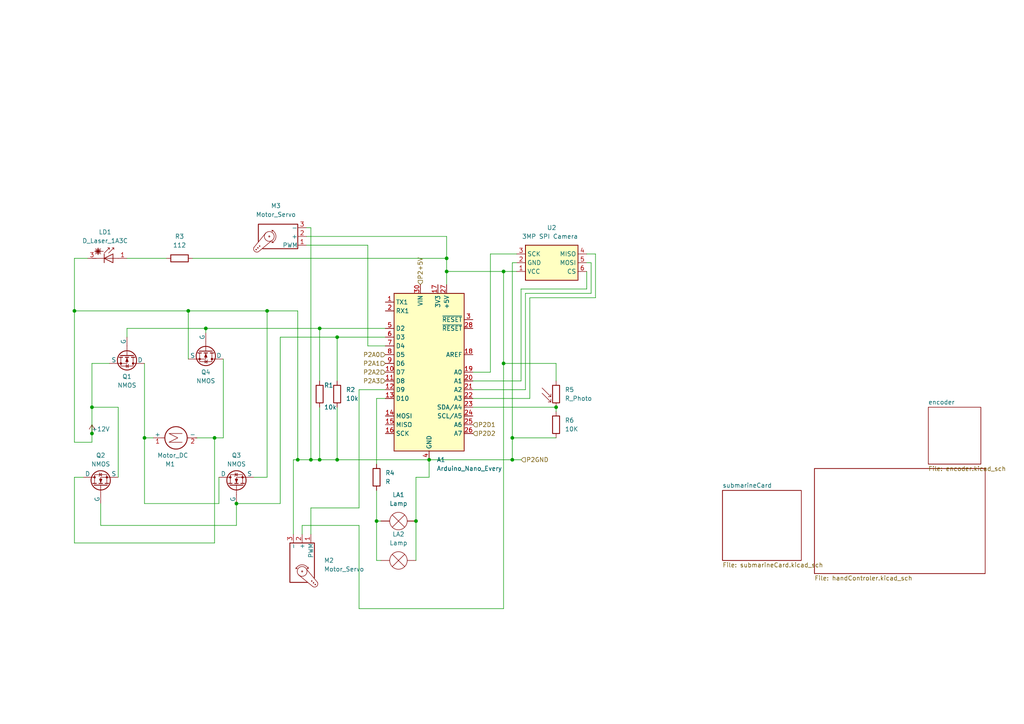
<source format=kicad_sch>
(kicad_sch (version 20230121) (generator eeschema)
  (paper "A4")
  (lib_symbols
    (symbol "Device:D_Laser_1A3C" (pin_names (offset 1.016) hide)
      (property "Reference" "LD1" (at -1.27 -6.35 0))
      (property "Value" "D_Laser_1A3C" (at -1.27 -3.81 0))
      (symbol "D_Laser_1A3C_0_1"
        (polyline (pts (xy -4.064 1.27) (xy -2.54 2.794)))
        (polyline (pts (xy -4.064 1.778) (xy -2.54 2.286)))
        (polyline (pts (xy -4.064 2.286) (xy -2.54 1.778)))
        (polyline (pts (xy -4.064 2.794) (xy -2.54 1.27)))
        (polyline (pts (xy -3.556 2.794) (xy -3.048 1.27)))
        (polyline (pts (xy -3.302 2.032) (xy -3.302 1.016)))
        (polyline (pts (xy -3.302 2.032) (xy -3.302 3.048)))
        (polyline (pts (xy -3.048 2.794) (xy -3.556 1.27)))
        (polyline (pts (xy -1.778 2.032) (xy -4.318 2.032)))
        (polyline (pts (xy -1.524 1.27) (xy -1.524 -1.27)) (stroke (width 0.2032)))
        (polyline (pts (xy 1.27 3.048) (xy 0.762 3.048)))
        (polyline (pts (xy 2.54 0) (xy -5.08 0)))
        (polyline (pts (xy -0.254 1.524) (xy 1.27 3.048) (xy 1.27 2.54)))
        (polyline (pts (xy 1.016 1.27) (xy 1.016 -1.27) (xy -1.524 0) (xy 1.016 1.27)) (stroke (width 0.2032)))
        (polyline (pts (xy -1.524 1.524) (xy 0 3.048) (xy 0 2.54) (xy 0 3.048) (xy -0.508 3.048)))
      )
      (symbol "D_Laser_1A3C_1_1"
        (pin passive line (at 5.08 0 180) (length 2.54) (name "A") (number "1"))
        (pin passive line (at -6.35 0 0) (length 2.54) (name "K") (number "3"))
      )
    )
    (symbol "Device:Lamp" (pin_numbers hide) (pin_names (offset 0.0254) hide)
      (property "Reference" "LA" (at 0.635 3.81 0))
      (property "Value" "Lamp" (at 0.635 -3.81 0))
      (symbol "Lamp_0_1"
        (polyline (pts (xy -1.778 1.778) (xy 1.778 -1.778)))
        (polyline (pts (xy 1.778 1.778) (xy -1.778 -1.778)))
        (circle (center 0 0) (radius 2.54))
      )
      (symbol "Lamp_1_1"
        (pin passive line (at 0 -5.08 90) (length 2.54) (name "-") (number "1"))
        (pin passive line (at 0 5.08 270) (length 2.54) (name "+") (number "2"))
      )
    )
    (symbol "Device:R" (pin_numbers hide) (pin_names (offset 0))
      (property "Reference" "R" (at 2.032 0 90))
      (property "Value" "R" (at 0 0 90))
      (symbol "R_0_1"
        (rectangle (start -1.016 -2.54) (end 1.016 2.54) (stroke (width 0.254)))
      )
      (symbol "R_1_1"
        (pin passive line (at 0 3.81 270) (length 1.27) (name "~") (number "1"))
        (pin passive line (at 0 -3.81 90) (length 1.27) (name "~") (number "2"))
      )
    )
    (symbol "Device:R_Photo" (pin_numbers hide) (pin_names (offset 0))
      (property "Reference" "R" (at 1.27 1.27 0))
      (property "Value" "R_Photo" (at 1.27 0 0))
      (symbol "R_Photo_0_1"
        (rectangle (start -1.016 2.54) (end 1.016 -2.54) (stroke (width 0.254)))
        (polyline (pts (xy -1.524 -2.286) (xy -4.064 0.254)))
        (polyline (pts (xy -1.524 -2.286) (xy -2.286 -2.286)))
        (polyline (pts (xy -1.524 -2.286) (xy -1.524 -1.524)))
        (polyline (pts (xy -1.524 -0.762) (xy -4.064 1.778)))
        (polyline (pts (xy -1.524 -0.762) (xy -2.286 -0.762)))
        (polyline (pts (xy -1.524 -0.762) (xy -1.524 0)))
      )
      (symbol "R_Photo_1_1"
        (pin passive line (at 0 3.81 270) (length 1.27) (name "~") (number "1"))
        (pin passive line (at 0 -3.81 90) (length 1.27) (name "~") (number "2"))
      )
    )
    (symbol "MCU_Module:Arduino_Nano_Every"
      (property "Reference" "A" (at -10.16 23.495 0))
      (property "Value" "Arduino_Nano_Every" (at 5.08 -24.13 0))
      (symbol "Arduino_Nano_Every_0_1"
        (rectangle (start -10.16 22.86) (end 10.16 -22.86) (stroke (width 0.254)) (fill (type background)))
      )
      (symbol "Arduino_Nano_Every_1_1"
        (pin bidirectional line (at -12.7 20.32 0) (length 2.54) (name "TX1") (number "1"))
        (pin bidirectional line (at -12.7 0 0) (length 2.54) (name "D7") (number "10"))
        (pin bidirectional line (at -12.7 -2.54 0) (length 2.54) (name "D8") (number "11"))
        (pin bidirectional line (at -12.7 -5.08 0) (length 2.54) (name "D9") (number "12"))
        (pin bidirectional line (at -12.7 -7.62 0) (length 2.54) (name "D10") (number "13"))
        (pin bidirectional line (at -12.7 -12.7 0) (length 2.54) (name "MOSI") (number "14"))
        (pin bidirectional line (at -12.7 -15.24 0) (length 2.54) (name "MISO") (number "15"))
        (pin bidirectional line (at -12.7 -17.78 0) (length 2.54) (name "SCK") (number "16"))
        (pin power_out line (at 2.54 25.4 270) (length 2.54) (name "3V3") (number "17"))
        (pin input line (at 12.7 5.08 180) (length 2.54) (name "AREF") (number "18"))
        (pin bidirectional line (at 12.7 0 180) (length 2.54) (name "A0") (number "19"))
        (pin bidirectional line (at -12.7 17.78 0) (length 2.54) (name "RX1") (number "2"))
        (pin bidirectional line (at 12.7 -2.54 180) (length 2.54) (name "A1") (number "20"))
        (pin bidirectional line (at 12.7 -5.08 180) (length 2.54) (name "A2") (number "21"))
        (pin bidirectional line (at 12.7 -7.62 180) (length 2.54) (name "A3") (number "22"))
        (pin bidirectional line (at 12.7 -10.16 180) (length 2.54) (name "SDA/A4") (number "23"))
        (pin bidirectional line (at 12.7 -12.7 180) (length 2.54) (name "SCL/A5") (number "24"))
        (pin bidirectional line (at 12.7 -15.24 180) (length 2.54) (name "A6") (number "25"))
        (pin bidirectional line (at 12.7 -17.78 180) (length 2.54) (name "A7") (number "26"))
        (pin power_out line (at 5.08 25.4 270) (length 2.54) (name "+5V") (number "27"))
        (pin input line (at 12.7 12.7 180) (length 2.54) (name "~{RESET}") (number "28"))
        (pin passive line (at 0 -25.4 90) (length 2.54) hide (name "GND") (number "29"))
        (pin input line (at 12.7 15.24 180) (length 2.54) (name "~{RESET}") (number "3"))
        (pin power_in line (at -2.54 25.4 270) (length 2.54) (name "VIN") (number "30"))
        (pin power_in line (at 0 -25.4 90) (length 2.54) (name "GND") (number "4"))
        (pin bidirectional line (at -12.7 12.7 0) (length 2.54) (name "D2") (number "5"))
        (pin bidirectional line (at -12.7 10.16 0) (length 2.54) (name "D3") (number "6"))
        (pin bidirectional line (at -12.7 7.62 0) (length 2.54) (name "D4") (number "7"))
        (pin bidirectional line (at -12.7 5.08 0) (length 2.54) (name "D5") (number "8"))
        (pin bidirectional line (at -12.7 2.54 0) (length 2.54) (name "D6") (number "9"))
      )
    )
    (symbol "Motor:Motor_DC" (pin_names (offset 0))
      (property "Reference" "M" (at 2.54 2.54 0))
      (property "Value" "Motor_DC" (at 2.54 -5.08 0))
      (symbol "Motor_DC_0_0"
        (polyline (pts (xy -1.27 -3.302) (xy -1.27 0.508) (xy 0 -2.032) (xy 1.27 0.508) (xy 1.27 -3.302)))
      )
      (symbol "Motor_DC_0_1"
        (circle (center 0 -1.524) (radius 3.2512) (stroke (width 0.254)))
        (polyline (pts (xy 0 -7.62) (xy 0 -7.112)))
        (polyline (pts (xy 0 -4.7752) (xy 0 -5.1816)))
        (polyline (pts (xy 0 1.7272) (xy 0 2.0828)))
        (polyline (pts (xy 0 2.032) (xy 0 2.54)))
      )
      (symbol "Motor_DC_1_1"
        (pin passive line (at 0 5.08 270) (length 2.54) (name "+") (number "1"))
        (pin passive line (at 0 -7.62 90) (length 2.54) (name "-") (number "2"))
      )
    )
    (symbol "Motor:Motor_Servo" (pin_names (offset 0.0254))
      (property "Reference" "M" (at -5.08 4.445 0))
      (property "Value" "Motor_Servo" (at -5.08 -4.064 0))
      (symbol "Motor_Servo_0_1"
        (polyline (pts (xy 2.413 -1.778) (xy 2.032 -1.778)))
        (polyline (pts (xy 2.413 -1.778) (xy 2.286 -1.397)))
        (polyline (pts (xy 2.413 1.778) (xy 1.905 1.778)))
        (polyline (pts (xy 2.413 1.778) (xy 2.286 1.397)))
        (polyline (pts (xy 6.35 4.445) (xy 2.54 1.27)))
        (polyline (pts (xy 7.62 3.175) (xy 4.191 -1.016)))
        (polyline (pts (xy 5.08 3.556) (xy -5.08 3.556) (xy -5.08 -3.556) (xy 6.35 -3.556) (xy 6.35 1.524)) (stroke (width 0.254)))
        (arc (start 2.413 1.778) (mid 1.2406 0) (end 2.413 -1.778))
        (circle (center 3.175 0) (radius 0.1778))
        (circle (center 3.175 0) (radius 1.4224))
        (circle (center 5.969 2.794) (radius 0.127))
        (circle (center 6.477 3.302) (radius 0.127))
        (circle (center 6.985 3.81) (radius 0.127))
        (arc (start 7.62 3.175) (mid 7.4485 4.2735) (end 6.35 4.445))
      )
      (symbol "Motor_Servo_1_1"
        (pin passive line (at -7.62 2.54 0) (length 2.54) (name "PWM") (number "1"))
        (pin passive line (at -7.62 0 0) (length 2.54) (name "+") (number "2"))
        (pin passive line (at -7.62 -2.54 0) (length 2.54) (name "-") (number "3"))
      )
    )
    (symbol "Sensor:3MP_SPI_Camera"
      (property "Reference" "U1" (at 0 10.16 0))
      (property "Value" "3MP SPI Camera " (at 0 7.62 0))
      (symbol "3MP_SPI_Camera_0_1"
        (rectangle (start -7.62 5.08) (end 7.62 -5.08) (stroke (width 0.254)) (fill (type background)))
      )
      (symbol "3MP_SPI_Camera_1_1"
        (pin power_in line (at 10.16 2.54 180) (length 2.54) (name "VCC") (number "1"))
        (pin power_in line (at 10.16 0 180) (length 2.54) (name "GND") (number "2"))
        (pin open_collector line (at 10.16 -2.54 180) (length 2.54) (name "SCK") (number "3"))
        (pin input line (at -10.16 -2.54 0) (length 2.54) (name "MISO") (number "4"))
        (pin power_in line (at -10.16 0 0) (length 2.54) (name "MOSI") (number "5"))
        (pin power_in line (at -10.16 2.54 0) (length 2.54) (name "CS") (number "6"))
      )
    )
    (symbol "Simulation_SPICE:NMOS" (pin_numbers hide) (pin_names (offset 0))
      (property "Reference" "Q" (at 5.08 1.27 0))
      (property "Value" "NMOS" (at 5.08 -1.27 0))
      (symbol "NMOS_0_1"
        (polyline (pts (xy 0.254 0) (xy -2.54 0)))
        (polyline (pts (xy 0.254 1.905) (xy 0.254 -1.905)) (stroke (width 0.254)))
        (polyline (pts (xy 0.762 -1.27) (xy 0.762 -2.286)) (stroke (width 0.254)))
        (polyline (pts (xy 0.762 0.508) (xy 0.762 -0.508)) (stroke (width 0.254)))
        (polyline (pts (xy 0.762 2.286) (xy 0.762 1.27)) (stroke (width 0.254)))
        (polyline (pts (xy 2.54 2.54) (xy 2.54 1.778)))
        (polyline (pts (xy 2.54 -2.54) (xy 2.54 0) (xy 0.762 0)))
        (polyline (pts (xy 0.762 -1.778) (xy 3.302 -1.778) (xy 3.302 1.778) (xy 0.762 1.778)))
        (polyline (pts (xy 1.016 0) (xy 2.032 0.381) (xy 2.032 -0.381) (xy 1.016 0)) (fill (type outline)))
        (polyline (pts (xy 2.794 0.508) (xy 2.921 0.381) (xy 3.683 0.381) (xy 3.81 0.254)))
        (polyline (pts (xy 3.302 0.381) (xy 2.921 -0.254) (xy 3.683 -0.254) (xy 3.302 0.381)))
        (circle (center 1.651 0) (radius 2.794) (stroke (width 0.254)))
        (circle (center 2.54 -1.778) (radius 0.254) (fill (type outline)))
        (circle (center 2.54 1.778) (radius 0.254) (fill (type outline)))
      )
      (symbol "NMOS_1_1"
        (pin passive line (at 2.54 5.08 270) (length 2.54) (name "D") (number "1"))
        (pin input line (at -5.08 0 0) (length 2.54) (name "G") (number "2"))
        (pin passive line (at 2.54 -5.08 90) (length 2.54) (name "S") (number "3"))
      )
    )
    (symbol "power:+12V" (power) (pin_names (offset 0))
      (property "Value" "+12V" (at 0 3.556 0))
      (symbol "+12V_0_1"
        (polyline (pts (xy -0.762 1.27) (xy 0 2.54)))
        (polyline (pts (xy 0 0) (xy 0 2.54)))
        (polyline (pts (xy 0 2.54) (xy 0.762 1.27)))
      )
      (symbol "+12V_1_1"
        (pin power_in line (at 0 0 90) (length 0) hide (name "+12V") (number "1"))
      )
    )
  )
  (junction (at 146.05 105.41))
  (junction (at 148.59 127))
  (junction (at 59.69 95.25))
  (junction (at 68.58 146.05))
  (junction (at 21.59 90.17))
  (junction (at 92.71 133.35))
  (junction (at 26.67 118.11))
  (junction (at 124.46 133.35))
  (junction (at 97.79 97.79))
  (junction (at 90.17 133.35))
  (junction (at 26.67 125.73))
  (junction (at 129.54 74.93))
  (junction (at 62.23 127))
  (junction (at 146.05 78.74))
  (junction (at 148.59 133.35))
  (junction (at 129.54 78.74))
  (junction (at 120.65 151.13))
  (junction (at 109.22 151.13))
  (junction (at 54.61 90.17))
  (junction (at 86.36 133.35))
  (junction (at 161.29 118.11))
  (junction (at 92.71 95.25))
  (junction (at 41.91 127))
  (junction (at 97.79 133.35))
  (junction (at 77.47 90.17))
  (wire (pts (xy 106.68 100.33) (xy 111.76 100.33)))
  (wire (pts (xy 148.59 127) (xy 161.29 127)))
  (wire (pts (xy 153.67 115.57) (xy 137.16 115.57)))
  (wire (pts (xy 90.17 133.35) (xy 92.71 133.35)))
  (wire (pts (xy 62.23 127) (xy 57.15 127)))
  (wire (pts (xy 62.23 127) (xy 64.77 127)))
  (wire (pts (xy 104.14 113.03) (xy 104.14 147.32)))
  (wire (pts (xy 21.59 90.17) (xy 54.61 90.17)))
  (wire (pts (xy 171.45 85.09) (xy 152.4 85.09)))
  (wire (pts (xy 55.88 74.93) (xy 129.54 74.93)))
  (wire (pts (xy 124.46 138.43) (xy 124.46 133.35)))
  (wire (pts (xy 26.67 118.11) (xy 26.67 105.41)))
  (wire (pts (xy 151.13 83.82) (xy 151.13 110.49)))
  (wire (pts (xy 62.23 127) (xy 62.23 157.48)))
  (wire (pts (xy 77.47 90.17) (xy 77.47 138.43)))
  (wire (pts (xy 151.13 110.49) (xy 137.16 110.49)))
  (wire (pts (xy 120.65 151.13) (xy 120.65 138.43)))
  (wire (pts (xy 36.83 95.25) (xy 36.83 97.79)))
  (wire (pts (xy 142.24 73.66) (xy 142.24 107.95)))
  (wire (pts (xy 59.69 95.25) (xy 92.71 95.25)))
  (wire (pts (xy 161.29 105.41) (xy 146.05 105.41)))
  (wire (pts (xy 59.69 95.25) (xy 59.69 96.52)))
  (wire (pts (xy 92.71 118.11) (xy 92.71 133.35)))
  (wire (pts (xy 153.67 86.36) (xy 153.67 115.57)))
  (wire (pts (xy 110.49 162.56) (xy 109.22 162.56)))
  (wire (pts (xy 36.83 74.93) (xy 48.26 74.93)))
  (wire (pts (xy 21.59 157.48) (xy 62.23 157.48)))
  (wire (pts (xy 97.79 118.11) (xy 97.79 133.35)))
  (wire (pts (xy 85.09 133.35) (xy 86.36 133.35)))
  (wire (pts (xy 21.59 128.27) (xy 21.59 90.17)))
  (wire (pts (xy 54.61 90.17) (xy 77.47 90.17)))
  (wire (pts (xy 92.71 133.35) (xy 97.79 133.35)))
  (wire (pts (xy 36.83 95.25) (xy 59.69 95.25)))
  (wire (pts (xy 129.54 78.74) (xy 129.54 82.55)))
  (wire (pts (xy 120.65 151.13) (xy 120.65 162.56)))
  (wire (pts (xy 63.5 146.05) (xy 63.5 138.43)))
  (wire (pts (xy 109.22 151.13) (xy 110.49 151.13)))
  (wire (pts (xy 81.28 146.05) (xy 81.28 97.79)))
  (wire (pts (xy 73.66 138.43) (xy 77.47 138.43)))
  (wire (pts (xy 21.59 138.43) (xy 24.13 138.43)))
  (wire (pts (xy 148.59 76.2) (xy 149.86 76.2)))
  (wire (pts (xy 149.86 73.66) (xy 142.24 73.66)))
  (wire (pts (xy 97.79 97.79) (xy 97.79 110.49)))
  (wire (pts (xy 26.67 128.27) (xy 26.67 125.73)))
  (wire (pts (xy 21.59 74.93) (xy 25.4 74.93)))
  (wire (pts (xy 104.14 176.53) (xy 146.05 176.53)))
  (wire (pts (xy 90.17 66.04) (xy 90.17 133.35)))
  (wire (pts (xy 142.24 107.95) (xy 137.16 107.95)))
  (wire (pts (xy 104.14 147.32) (xy 90.17 147.32)))
  (wire (pts (xy 90.17 147.32) (xy 90.17 154.94)))
  (wire (pts (xy 68.58 146.05) (xy 81.28 146.05)))
  (wire (pts (xy 63.5 146.05) (xy 41.91 146.05)))
  (wire (pts (xy 146.05 105.41) (xy 146.05 176.53)))
  (wire (pts (xy 92.71 110.49) (xy 92.71 95.25)))
  (wire (pts (xy 92.71 95.25) (xy 111.76 95.25)))
  (wire (pts (xy 148.59 133.35) (xy 151.13 133.35)))
  (wire (pts (xy 124.46 133.35) (xy 148.59 133.35)))
  (wire (pts (xy 81.28 97.79) (xy 97.79 97.79)))
  (wire (pts (xy 129.54 78.74) (xy 146.05 78.74)))
  (wire (pts (xy 41.91 105.41) (xy 41.91 127)))
  (wire (pts (xy 29.21 152.4) (xy 29.21 146.05)))
  (wire (pts (xy 21.59 128.27) (xy 26.67 128.27)))
  (wire (pts (xy 88.9 68.58) (xy 129.54 68.58)))
  (wire (pts (xy 68.58 152.4) (xy 68.58 146.05)))
  (wire (pts (xy 77.47 90.17) (xy 86.36 90.17)))
  (wire (pts (xy 129.54 68.58) (xy 129.54 74.93)))
  (wire (pts (xy 129.54 74.93) (xy 129.54 78.74)))
  (wire (pts (xy 26.67 118.11) (xy 34.29 118.11)))
  (wire (pts (xy 97.79 97.79) (xy 111.76 97.79)))
  (wire (pts (xy 148.59 76.2) (xy 148.59 127)))
  (wire (pts (xy 87.63 154.94) (xy 87.63 152.4)))
  (wire (pts (xy 86.36 133.35) (xy 90.17 133.35)))
  (wire (pts (xy 170.18 83.82) (xy 151.13 83.82)))
  (wire (pts (xy 86.36 90.17) (xy 86.36 133.35)))
  (wire (pts (xy 171.45 76.2) (xy 171.45 85.09)))
  (wire (pts (xy 104.14 113.03) (xy 111.76 113.03)))
  (wire (pts (xy 172.72 86.36) (xy 153.67 86.36)))
  (wire (pts (xy 146.05 78.74) (xy 149.86 78.74)))
  (wire (pts (xy 170.18 73.66) (xy 172.72 73.66)))
  (wire (pts (xy 26.67 118.11) (xy 26.67 125.73)))
  (wire (pts (xy 29.21 152.4) (xy 68.58 152.4)))
  (wire (pts (xy 54.61 104.14) (xy 54.61 90.17)))
  (wire (pts (xy 161.29 118.11) (xy 161.29 119.38)))
  (wire (pts (xy 170.18 76.2) (xy 171.45 76.2)))
  (wire (pts (xy 34.29 118.11) (xy 34.29 138.43)))
  (wire (pts (xy 64.77 104.14) (xy 64.77 127)))
  (wire (pts (xy 172.72 73.66) (xy 172.72 86.36)))
  (wire (pts (xy 109.22 142.24) (xy 109.22 151.13)))
  (wire (pts (xy 97.79 133.35) (xy 124.46 133.35)))
  (wire (pts (xy 152.4 85.09) (xy 152.4 113.03)))
  (wire (pts (xy 21.59 138.43) (xy 21.59 157.48)))
  (wire (pts (xy 137.16 118.11) (xy 161.29 118.11)))
  (wire (pts (xy 104.14 152.4) (xy 104.14 176.53)))
  (wire (pts (xy 26.67 105.41) (xy 31.75 105.41)))
  (wire (pts (xy 41.91 127) (xy 41.91 146.05)))
  (wire (pts (xy 152.4 113.03) (xy 137.16 113.03)))
  (wire (pts (xy 106.68 71.12) (xy 88.9 71.12)))
  (wire (pts (xy 44.45 127) (xy 41.91 127)))
  (wire (pts (xy 170.18 78.74) (xy 170.18 83.82)))
  (wire (pts (xy 85.09 154.94) (xy 85.09 133.35)))
  (wire (pts (xy 87.63 152.4) (xy 104.14 152.4)))
  (wire (pts (xy 146.05 78.74) (xy 146.05 105.41)))
  (wire (pts (xy 120.65 138.43) (xy 124.46 138.43)))
  (wire (pts (xy 109.22 115.57) (xy 111.76 115.57)))
  (wire (pts (xy 109.22 134.62) (xy 109.22 115.57)))
  (wire (pts (xy 106.68 100.33) (xy 106.68 71.12)))
  (wire (pts (xy 21.59 74.93) (xy 21.59 90.17)))
  (wire (pts (xy 109.22 162.56) (xy 109.22 151.13)))
  (wire (pts (xy 88.9 66.04) (xy 90.17 66.04)))
  (wire (pts (xy 148.59 127) (xy 148.59 133.35)))
  (wire (pts (xy 161.29 110.49) (xy 161.29 105.41)))
  (hierarchical_label "P2A1" (shape input) (at 111.76 105.41 180))
  (hierarchical_label "P2+5V" (shape input) (at 121.92 82.55 90))
  (hierarchical_label "P2GND" (shape input) (at 151.13 133.35 0))
  (hierarchical_label "P2D2" (shape input) (at 137.16 125.73 0))
  (hierarchical_label "P2D1" (shape input) (at 137.16 123.19 0))
  (hierarchical_label "P2A0" (shape input) (at 111.76 102.87 180))
  (hierarchical_label "P2A2" (shape input) (at 111.76 107.95 180))
  (hierarchical_label "P2A3" (shape input) (at 111.76 110.49 180))
  (symbol (lib_id "Device:R_Photo") (at 161.29 114.3 0) (unit 1)
    (property "Reference" "R5" (at 163.83 113.03 0) (effects (justify left)))
    (property "Value" "R_Photo" (at 163.83 115.57 0) (effects (justify left)))
  )
  (symbol (lib_id "Device:R") (at 109.22 138.43 0) (unit 1)
    (property "Reference" "R4" (at 111.76 137.16 0) (effects (justify left)))
    (property "Value" "R" (at 111.76 139.7 0) (effects (justify left)))
  )
  (symbol (lib_id "MCU_Module:Arduino_Nano_Every") (at 124.46 107.95 0) (unit 1)
    (property "Reference" "A1" (at 126.6541 133.35 0) (effects (justify left)))
    (property "Value" "Arduino_Nano_Every" (at 126.6541 135.89 0) (effects (justify left)))
    (property "Footprint" "Module:Arduino_Nano" (effects hide))
    (property "Datasheet" "https://content.arduino.cc/assets/NANOEveryV3.0_sch.pdf" (effects hide))
  )
  (symbol (lib_id "Simulation_SPICE:NMOS") (at 68.58 140.97 90) (unit 1)
    (property "Reference" "Q3" (at 68.58 132.08 90))
    (property "Value" "NMOS" (at 68.58 134.62 90))
    (property "Datasheet" "https://ngspice.sourceforge.io/docs/ngspice-manual.pdf" (effects hide))
    (property "Sim.Device" "NMOS" (effects hide))
    (property "Sim.Type" "VDMOS" (effects hide))
    (property "Sim.Pins" "1=D 2=G 3=S" (effects hide))
  )
  (symbol (lib_id "Motor:Motor_DC") (at 49.53 127 90) (unit 1)
    (property "Reference" "M1" (at 50.8 134.62 90) (effects (justify left)))
    (property "Value" "Motor_DC" (at 54.61 132.08 90) (effects (justify left)))
  )
  (symbol (lib_id "Motor:Motor_Servo") (at 81.28 68.58 180) (unit 1)
    (property "Reference" "M3" (at 80.0211 59.69 0))
    (property "Value" "Motor_Servo" (at 80.0211 62.23 0))
    (property "Datasheet" "http://forums.parallax.com/uploads/attachments/46831/74481.png" (effects hide))
  )
  (symbol (lib_id "Device:Lamp") (at 115.57 151.13 90) (unit 1)
    (property "Reference" "LA1" (at 115.57 143.51 90))
    (property "Value" "Lamp" (at 115.57 146.05 90))
  )
  (symbol (lib_id "Device:Lamp") (at 115.57 162.56 90) (unit 1)
    (property "Reference" "LA2" (at 115.57 154.94 90))
    (property "Value" "Lamp" (at 115.57 157.48 90))
  )
  (symbol (lib_id "Motor:Motor_Servo") (at 87.63 162.56 270) (unit 1)
    (property "Reference" "M2" (at 93.98 162.5489 90) (effects (justify left)))
    (property "Value" "Motor_Servo" (at 93.98 165.0889 90) (effects (justify left)))
    (property "Datasheet" "http://forums.parallax.com/uploads/attachments/46831/74481.png" (effects hide))
  )
  (symbol (lib_id "Device:R") (at 161.29 123.19 0) (unit 1)
    (property "Reference" "R6" (at 163.83 121.92 0) (effects (justify left)))
    (property "Value" "10K" (at 163.83 124.46 0) (effects (justify left)))
  )
  (symbol (lib_id "Device:R") (at 52.07 74.93 90) (unit 1)
    (property "Reference" "R3" (at 52.07 68.58 90))
    (property "Value" "112" (at 52.07 71.12 90))
  )
  (symbol (lib_id "Simulation_SPICE:NMOS") (at 36.83 102.87 270) (unit 1)
    (property "Reference" "Q1" (at 36.83 109.22 90))
    (property "Value" "NMOS" (at 36.83 111.76 90))
    (property "Datasheet" "https://ngspice.sourceforge.io/docs/ngspice-manual.pdf" (effects hide))
    (property "Sim.Device" "NMOS" (effects hide))
    (property "Sim.Type" "VDMOS" (effects hide))
    (property "Sim.Pins" "1=D 2=G 3=S" (effects hide))
  )
  (symbol (lib_id "Sensor:3MP_SPI_Camera") (at 160.02 76.2 180) (unit 1)
    (property "Reference" "U2" (at 160.02 66.04 0))
    (property "Value" "3MP SPI Camera " (at 160.02 68.58 0))
    (property "Footprint" "Package_TO_SOT_SMD:SOT-353_SC-70-5" (effects hide))
    (property "Datasheet" "https://www.onsemi.com/pub/Collateral/FPF2001-D.pdf" (effects hide))
  )
  (symbol (lib_id "Device:D_Laser_1A3C") (at 31.75 74.93 0) (unit 1)
    (property "Reference" "LD1" (at 30.48 67.31 0))
    (property "Value" "D_Laser_1A3C" (at 30.48 69.85 0))
  )
  (symbol (lib_id "Device:R") (at 97.79 114.3 0) (unit 1)
    (property "Reference" "R2" (at 100.33 113.03 0) (effects (justify left)))
    (property "Value" "10k" (at 100.33 115.57 0) (effects (justify left)))
  )
  (symbol (lib_id "Simulation_SPICE:NMOS") (at 59.69 101.6 270) (unit 1)
    (property "Reference" "Q4" (at 59.69 107.95 90))
    (property "Value" "NMOS" (at 59.69 110.49 90))
    (property "Datasheet" "https://ngspice.sourceforge.io/docs/ngspice-manual.pdf" (effects hide))
    (property "Sim.Device" "NMOS" (effects hide))
    (property "Sim.Type" "VDMOS" (effects hide))
    (property "Sim.Pins" "1=D 2=G 3=S" (effects hide))
  )
  (symbol (lib_id "Simulation_SPICE:NMOS") (at 29.21 140.97 90) (unit 1)
    (property "Reference" "Q2" (at 29.21 132.08 90))
    (property "Value" "NMOS" (at 29.21 134.62 90))
    (property "Datasheet" "https://ngspice.sourceforge.io/docs/ngspice-manual.pdf" (effects hide))
    (property "Sim.Device" "NMOS" (effects hide))
    (property "Sim.Type" "VDMOS" (effects hide))
    (property "Sim.Pins" "1=D 2=G 3=S" (effects hide))
  )
  (symbol (lib_id "Device:R") (at 92.71 114.3 0) (unit 1)
    (property "Reference" "R1" (at 93.98 111.76 0) (effects (justify left)))
    (property "Value" "10k" (at 93.98 118.11 0) (effects (justify left)))
  )
  (symbol (lib_id "power:+12V") (at 26.67 125.73 0) (unit 1)
    (property "Reference" "#PWR01" (effects hide))
    (property "Value" "+12V" (at 29.21 124.46 0))
  )
  (sheet (at 269.24 118.11) (size 15.24 16.51) (stroke (width 0.1524))
    (property "Sheetname" "encoder" (at 269.24 117.3984 0) (effects (justify left bottom)))
    (property "Sheetfile" "encoder.kicad_sch" (at 269.24 135.2046 0) (effects (justify left top)))
  )
  (sheet (at 236.22 135.89) (size 49.53 30.48) (stroke (width 0.1524))
    (property "Sheetname" "handControler" (effects hide))
    (property "Sheetfile" "handControler.kicad_sch" (at 236.22 166.9546 0) (effects (justify left top)))
  )
  (sheet (at 209.55 142.24) (size 22.86 20.32) (stroke (width 0.1524))
    (property "Sheetname" "submarineCard" (at 209.55 141.5284 0) (effects (justify left bottom)))
    (property "Sheetfile" "submarineCard.kicad_sch" (at 209.55 163.1446 0) (effects (justify left top)))
  )
)
</source>
